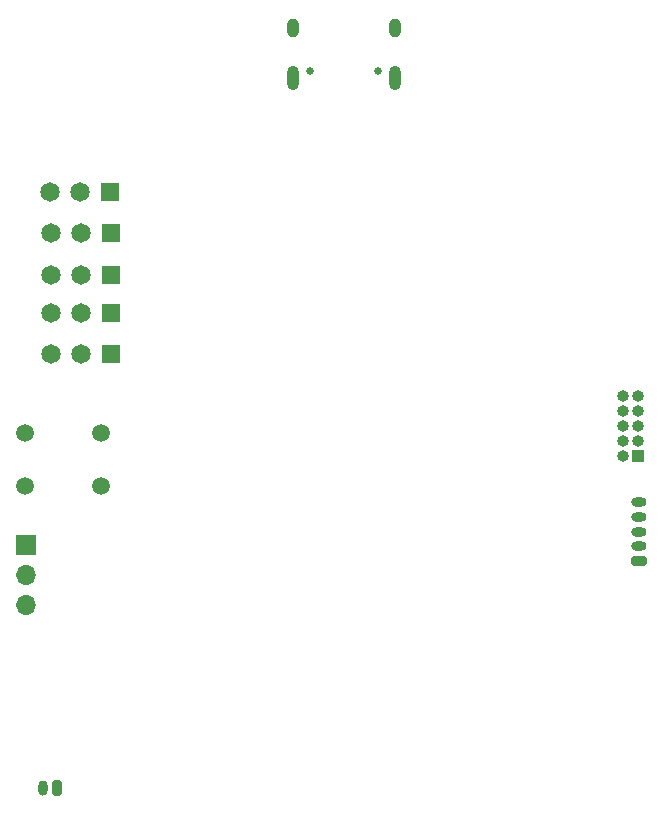
<source format=gbr>
%TF.GenerationSoftware,KiCad,Pcbnew,(5.99.0-10089-gf88d39b4f0)*%
%TF.CreationDate,2021-04-25T16:59:05+01:00*%
%TF.ProjectId,CM4,434d342e-6b69-4636-9164-5f7063625858,v01*%
%TF.SameCoordinates,Original*%
%TF.FileFunction,Soldermask,Bot*%
%TF.FilePolarity,Negative*%
%FSLAX46Y46*%
G04 Gerber Fmt 4.6, Leading zero omitted, Abs format (unit mm)*
G04 Created by KiCad (PCBNEW (5.99.0-10089-gf88d39b4f0)) date 2021-04-25 16:59:05*
%MOMM*%
%LPD*%
G01*
G04 APERTURE LIST*
G04 Aperture macros list*
%AMRoundRect*
0 Rectangle with rounded corners*
0 $1 Rounding radius*
0 $2 $3 $4 $5 $6 $7 $8 $9 X,Y pos of 4 corners*
0 Add a 4 corners polygon primitive as box body*
4,1,4,$2,$3,$4,$5,$6,$7,$8,$9,$2,$3,0*
0 Add four circle primitives for the rounded corners*
1,1,$1+$1,$2,$3*
1,1,$1+$1,$4,$5*
1,1,$1+$1,$6,$7*
1,1,$1+$1,$8,$9*
0 Add four rect primitives between the rounded corners*
20,1,$1+$1,$2,$3,$4,$5,0*
20,1,$1+$1,$4,$5,$6,$7,0*
20,1,$1+$1,$6,$7,$8,$9,0*
20,1,$1+$1,$8,$9,$2,$3,0*%
G04 Aperture macros list end*
%ADD10R,1.650000X1.650000*%
%ADD11C,1.650000*%
%ADD12C,0.650000*%
%ADD13O,1.000000X2.100000*%
%ADD14O,1.000000X1.600000*%
%ADD15R,1.000000X1.000000*%
%ADD16O,1.000000X1.000000*%
%ADD17RoundRect,0.200000X0.450000X-0.200000X0.450000X0.200000X-0.450000X0.200000X-0.450000X-0.200000X0*%
%ADD18O,1.300000X0.800000*%
%ADD19R,1.700000X1.700000*%
%ADD20O,1.700000X1.700000*%
%ADD21C,1.500000*%
%ADD22RoundRect,0.200000X0.200000X0.450000X-0.200000X0.450000X-0.200000X-0.450000X0.200000X-0.450000X0*%
%ADD23O,0.800000X1.300000*%
G04 APERTURE END LIST*
D10*
%TO.C,J7*%
X132790000Y-72450000D03*
D11*
X130250000Y-72450000D03*
X127710000Y-72450000D03*
%TD*%
D12*
%TO.C,J2*%
X155390000Y-55240000D03*
X149610000Y-55240000D03*
D13*
X156820000Y-55770000D03*
D14*
X148180000Y-51590000D03*
X156820000Y-51590000D03*
D13*
X148180000Y-55770000D03*
%TD*%
D10*
%TO.C,J8*%
X132750000Y-68950000D03*
D11*
X130210000Y-68950000D03*
X127670000Y-68950000D03*
%TD*%
D10*
%TO.C,J6*%
X132750000Y-75700000D03*
D11*
X130210000Y-75700000D03*
X127670000Y-75700000D03*
%TD*%
D15*
%TO.C,J14*%
X177370000Y-87770000D03*
D16*
X176100000Y-87770000D03*
X177370000Y-86500000D03*
X176100000Y-86500000D03*
X177370000Y-85230000D03*
X176100000Y-85230000D03*
X177370000Y-83960000D03*
X176100000Y-83960000D03*
X177370000Y-82690000D03*
X176100000Y-82690000D03*
%TD*%
D17*
%TO.C,J3*%
X177450000Y-96700000D03*
D18*
X177450000Y-95450000D03*
X177450000Y-94200000D03*
X177450000Y-92950000D03*
X177450000Y-91700000D03*
%TD*%
D19*
%TO.C,J16*%
X125600000Y-95375000D03*
D20*
X125600000Y-97915000D03*
X125600000Y-100455000D03*
%TD*%
D10*
%TO.C,J5*%
X132750000Y-79200000D03*
D11*
X130210000Y-79200000D03*
X127670000Y-79200000D03*
%TD*%
D10*
%TO.C,J12*%
X132700000Y-65450000D03*
D11*
X130160000Y-65450000D03*
X127620000Y-65450000D03*
%TD*%
D21*
%TO.C,S1*%
X125450000Y-90350000D03*
X131950000Y-90350000D03*
X131950000Y-85850000D03*
X125450000Y-85850000D03*
%TD*%
D22*
%TO.C,J9*%
X128225000Y-115900000D03*
D23*
X126975000Y-115900000D03*
%TD*%
M02*

</source>
